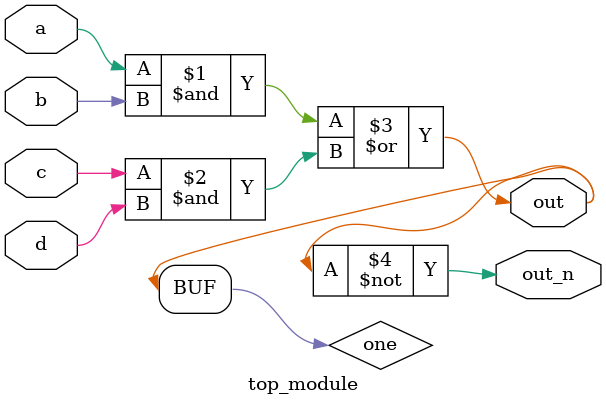
<source format=sv>
`default_nettype none
module top_module(
    input a,
    input b,
    input c,
    input d,
    output out,
    output out_n   );

    wire one;

    assign one = a & b | c & d;
    assign out = one;
    assign out_n = ~out;

endmodule

</source>
